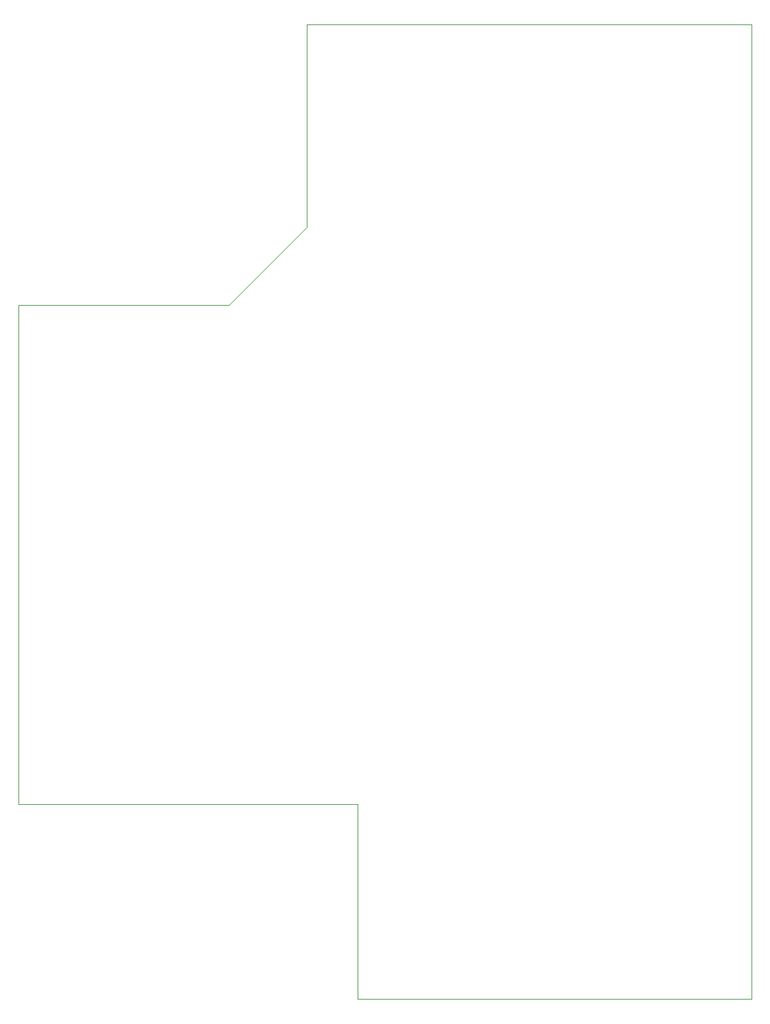
<source format=gm1>
G04 #@! TF.GenerationSoftware,KiCad,Pcbnew,6.0.1-79c1e3a40b~116~ubuntu20.04.1*
G04 #@! TF.CreationDate,2022-01-30T07:26:04-05:00*
G04 #@! TF.ProjectId,herovco_front,6865726f-7663-46f5-9f66-726f6e742e6b,rev?*
G04 #@! TF.SameCoordinates,Original*
G04 #@! TF.FileFunction,Profile,NP*
%FSLAX46Y46*%
G04 Gerber Fmt 4.6, Leading zero omitted, Abs format (unit mm)*
G04 Created by KiCad (PCBNEW 6.0.1-79c1e3a40b~116~ubuntu20.04.1) date 2022-01-30 07:26:04*
%MOMM*%
%LPD*%
G01*
G04 APERTURE LIST*
G04 #@! TA.AperFunction,Profile*
%ADD10C,0.100000*%
G04 #@! TD*
G04 APERTURE END LIST*
D10*
X197000707Y-37499292D02*
X197000707Y-162500707D01*
X146499709Y-162500956D02*
X146499000Y-137501000D01*
X102999000Y-137500000D02*
X102999292Y-73499292D01*
X197000707Y-162500707D02*
X146499709Y-162500956D01*
X146499000Y-137501000D02*
X102999000Y-137500000D01*
X102999292Y-73499292D02*
X129999585Y-73499000D01*
X139999000Y-63499585D02*
X139999617Y-37499076D01*
X139999617Y-37499076D02*
X197000707Y-37499292D01*
X129999585Y-73499000D02*
X139999000Y-63499585D01*
M02*

</source>
